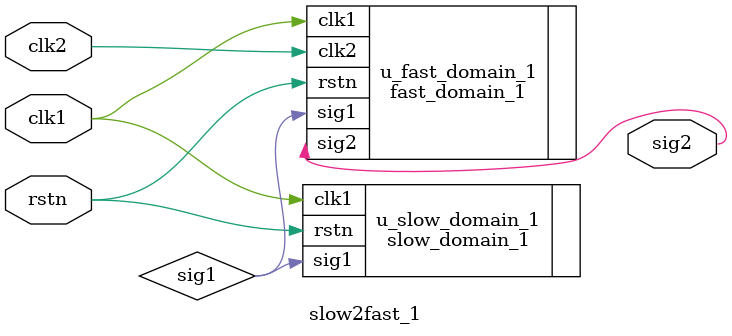
<source format=v>
module slow2fast_1
(
    input rstn,
    input clk1,
    input clk2,
    output sig2
);

    wire sig1;

    slow_domain_1 u_slow_domain_1
    (
        .clk1(clk1),
        .rstn(rstn),
        .sig1(sig1)
    );

    fast_domain_1 u_fast_domain_1
    (
        .clk1(clk1),
        .sig1(sig1),
        .rstn(rstn),
        .clk2(clk2),
        .sig2(sig2)
    );

endmodule

</source>
